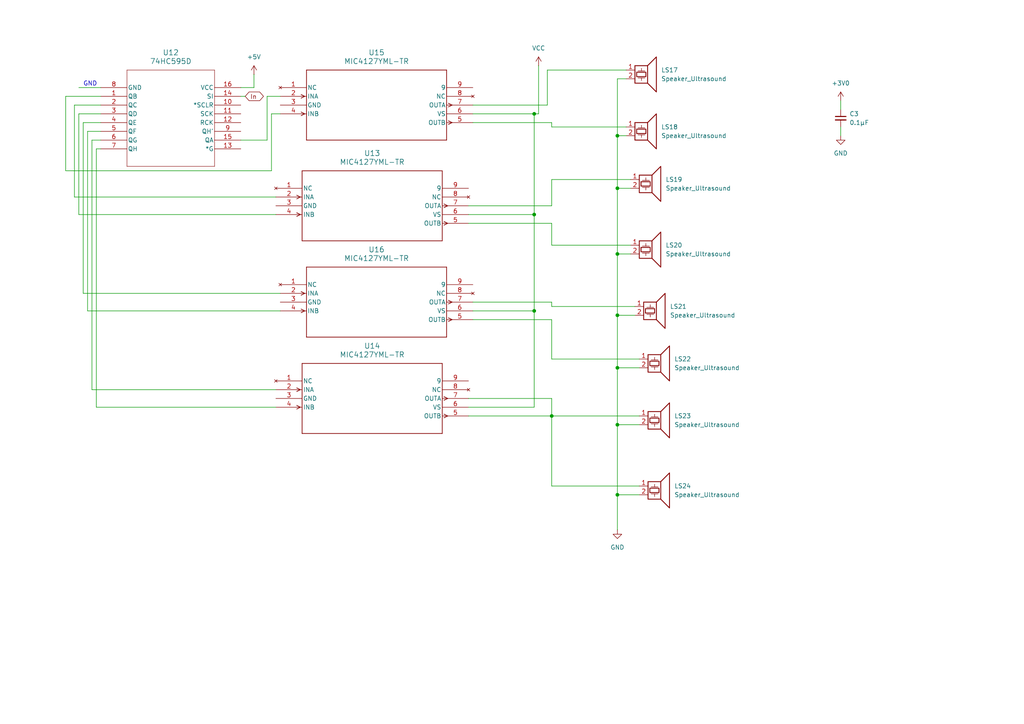
<source format=kicad_sch>
(kicad_sch (version 20250114) (generator "eeschema") (generator_version "9.0")
  (paper "A4")
  (lib_symbols
    (symbol "2025-12-28_09-02-17:MIC4127YML-TR" (pin_names (offset 0.254))
      (property "Reference" "U" (at 27.94 10.16 0))
      (property "Value" "MIC4127YML-TR" (at 27.94 7.62 0))
      (symbol "MIC4127YML-TR_0_1"
        (polyline (pts (xy 7.0993 -2.54) (xy 6.0579 -2.0193)) (stroke (width 0.2032)))
        (polyline (pts (xy 7.0993 -2.54) (xy 6.0579 -3.0607)) (stroke (width 0.2032)))
        (polyline (pts (xy 7.0993 -7.62) (xy 6.0579 -7.0993)) (stroke (width 0.2032)))
        (polyline (pts (xy 7.0993 -7.62) (xy 6.0579 -8.1407)) (stroke (width 0.2032)))
        (polyline (pts (xy 7.62 5.08) (xy 7.62 -15.24)) (stroke (width 0.2032)))
        (polyline (pts (xy 7.62 -15.24) (xy 48.26 -15.24)) (stroke (width 0.2032)))
        (polyline (pts (xy 48.26 5.08) (xy 7.62 5.08)) (stroke (width 0.2032)))
        (polyline (pts (xy 48.26 -15.24) (xy 48.26 5.08)) (stroke (width 0.2032)))
        (polyline (pts (xy 48.7807 -4.5593) (xy 49.8221 -5.08)) (stroke (width 0.2032)))
        (polyline (pts (xy 48.7807 -5.6007) (xy 49.8221 -5.08)) (stroke (width 0.2032)))
        (polyline (pts (xy 48.7807 -9.6393) (xy 49.8221 -10.16)) (stroke (width 0.2032)))
        (polyline (pts (xy 48.7807 -10.6807) (xy 49.8221 -10.16)) (stroke (width 0.2032)))
        (pin no_connect line (at 0 0 0) (length 7.62) (name "NC") (number "1"))
        (pin input line (at 0 -2.54 0) (length 7.62) (name "INA") (number "2"))
        (pin power_in line (at 0 -5.08 0) (length 7.62) (name "GND") (number "3"))
        (pin input line (at 0 -7.62 0) (length 7.62) (name "INB") (number "4"))
        (pin unspecified line (at 55.88 0 180) (length 7.62) (name "9") (number "9"))
        (pin no_connect line (at 55.88 -2.54 180) (length 7.62) (name "NC") (number "8"))
        (pin output line (at 55.88 -5.08 180) (length 7.62) (name "OUTA") (number "7"))
        (pin power_in line (at 55.88 -7.62 180) (length 7.62) (name "VS") (number "6"))
        (pin output line (at 55.88 -10.16 180) (length 7.62) (name "OUTB") (number "5"))
      )
    )
    (symbol "2025-12-28_09-22-42:74HC595D" (pin_names (offset 0.254))
      (property "Reference" "U" (at 20.32 10.16 0))
      (property "Value" "74HC595D" (at 20.32 7.62 0))
      (symbol "74HC595D_0_1"
        (polyline (pts (xy 7.62 5.08) (xy 7.62 -22.86)) (stroke (width 0.127)))
        (polyline (pts (xy 7.62 -22.86) (xy 33.02 -22.86)) (stroke (width 0.127)))
        (polyline (pts (xy 33.02 5.08) (xy 7.62 5.08)) (stroke (width 0.127)))
        (polyline (pts (xy 33.02 -22.86) (xy 33.02 5.08)) (stroke (width 0.127)))
        (pin power_out line (at 0 0 0) (length 7.62) (name "GND") (number "8"))
        (pin output line (at 0 -2.54 0) (length 7.62) (name "QB") (number "1"))
        (pin output line (at 0 -5.08 0) (length 7.62) (name "QC") (number "2"))
        (pin output line (at 0 -7.62 0) (length 7.62) (name "QD") (number "3"))
        (pin output line (at 0 -10.16 0) (length 7.62) (name "QE") (number "4"))
        (pin output line (at 0 -12.7 0) (length 7.62) (name "QF") (number "5"))
        (pin output line (at 0 -15.24 0) (length 7.62) (name "QG") (number "6"))
        (pin output line (at 0 -17.78 0) (length 7.62) (name "QH") (number "7"))
        (pin power_in line (at 40.64 0 180) (length 7.62) (name "VCC") (number "16"))
        (pin input line (at 40.64 -2.54 180) (length 7.62) (name "SI") (number "14"))
        (pin input line (at 40.64 -5.08 180) (length 7.62) (name "*SCLR") (number "10"))
        (pin input line (at 40.64 -7.62 180) (length 7.62) (name "SCK") (number "11"))
        (pin input line (at 40.64 -10.16 180) (length 7.62) (name "RCK") (number "12"))
        (pin output line (at 40.64 -12.7 180) (length 7.62) (name "QH'") (number "9"))
        (pin output line (at 40.64 -15.24 180) (length 7.62) (name "QA") (number "15"))
        (pin input line (at 40.64 -17.78 180) (length 7.62) (name "*G") (number "13"))
      )
    )
    (symbol "Device:C_Small" (pin_numbers (hide yes)) (pin_names (offset 0.254) (hide yes))
      (property "Reference" "C" (at 0.254 1.778 0))
      (property "Value" "C_Small" (at 0.254 -2.032 0))
      (symbol "C_Small_0_1"
        (polyline (pts (xy -1.524 0.508) (xy 1.524 0.508)) (stroke (width 0.3048)))
        (polyline (pts (xy -1.524 -0.508) (xy 1.524 -0.508)) (stroke (width 0.3302)))
      )
      (symbol "C_Small_1_1"
        (pin passive line (at 0 2.54 270) (length 2.032) (name "~") (number "1"))
        (pin passive line (at 0 -2.54 90) (length 2.032) (name "~") (number "2"))
      )
    )
    (symbol "Device:Speaker_Ultrasound" (pin_names (offset 0) (hide yes))
      (property "Reference" "LS" (at 0.635 5.715 0))
      (property "Value" "Speaker_Ultrasound" (at 0.635 3.81 0))
      (symbol "Speaker_Ultrasound_0_0"
        (rectangle (start -2.54 1.27) (end 1.143 -3.81) (stroke (width 0.254)))
        (rectangle (start -2.032 -0.635) (end 0.635 -1.905) (stroke (width 0.254)))
        (polyline (pts (xy -1.651 -0.254) (xy 0.381 -0.254)))
        (polyline (pts (xy -1.651 -2.286) (xy 0.381 -2.286)))
        (polyline (pts (xy -0.635 -0.254) (xy -0.635 0.508)))
        (polyline (pts (xy -0.635 -2.286) (xy -0.635 -3.048)))
        (polyline (pts (xy 1.143 1.27) (xy 3.683 3.81) (xy 3.683 -6.35) (xy 1.143 -3.81)) (stroke (width 0.254)))
      )
      (symbol "Speaker_Ultrasound_1_1"
        (pin input line (at -5.08 0 0) (length 2.54) (name "1") (number "1"))
        (pin input line (at -5.08 -2.54 0) (length 2.54) (name "2") (number "2"))
      )
    )
    (symbol "power:+3V0" (power) (pin_numbers (hide yes)) (pin_names (offset 0) (hide yes))
      (property "Value" "+3V0" (at 0 3.556 0))
      (symbol "+3V0_0_1"
        (polyline (pts (xy -0.762 1.27) (xy 0 2.54)))
        (polyline (pts (xy 0 2.54) (xy 0.762 1.27)))
        (polyline (pts (xy 0 0) (xy 0 2.54)))
      )
      (symbol "+3V0_1_1"
        (pin power_in line (at 0 0 90) (length 0) (name "~") (number "1"))
      )
    )
    (symbol "power:+5V" (power) (pin_numbers (hide yes)) (pin_names (offset 0) (hide yes))
      (property "Value" "+5V" (at 0 3.556 0))
      (symbol "+5V_0_1"
        (polyline (pts (xy -0.762 1.27) (xy 0 2.54)))
        (polyline (pts (xy 0 2.54) (xy 0.762 1.27)))
        (polyline (pts (xy 0 0) (xy 0 2.54)))
      )
      (symbol "+5V_1_1"
        (pin power_in line (at 0 0 90) (length 0) (name "~") (number "1"))
      )
    )
    (symbol "power:GND" (power) (pin_numbers (hide yes)) (pin_names (offset 0) (hide yes))
      (property "Value" "GND" (at 0 -3.81 0))
      (symbol "GND_0_1"
        (polyline (pts (xy 0 0) (xy 0 -1.27) (xy 1.27 -1.27) (xy 0 -2.54) (xy -1.27 -1.27) (xy 0 -1.27)))
      )
      (symbol "GND_1_1"
        (pin power_in line (at 0 0 270) (length 0) (name "~") (number "1"))
      )
    )
    (symbol "power:VCC" (power) (pin_numbers (hide yes)) (pin_names (offset 0) (hide yes))
      (property "Value" "VCC" (at 0 3.556 0))
      (symbol "VCC_0_1"
        (polyline (pts (xy -0.762 1.27) (xy 0 2.54)))
        (polyline (pts (xy 0 2.54) (xy 0.762 1.27)))
        (polyline (pts (xy 0 0) (xy 0 2.54)))
      )
      (symbol "VCC_1_1"
        (pin power_in line (at 0 0 90) (length 0) (name "~") (number "1"))
      )
    )
  )
  (text "GND" (at 26.162 24.384 0) (effects (font (size 1.27 1.27))))
  (junction (at 154.94 33.02))
  (junction (at 179.07 91.44))
  (junction (at 179.07 39.37))
  (junction (at 179.07 73.66))
  (junction (at 154.94 90.17))
  (junction (at 154.94 62.23))
  (junction (at 160.02 120.65))
  (junction (at 179.07 54.61))
  (junction (at 179.07 106.68))
  (junction (at 179.07 123.19))
  (junction (at 179.07 143.51))
  (wire (pts (xy 179.07 143.51) (xy 179.07 153.67)))
  (wire (pts (xy 29.21 35.56) (xy 24.13 35.56)))
  (wire (pts (xy 19.05 49.53) (xy 78.74 49.53)))
  (wire (pts (xy 69.85 25.4) (xy 73.66 25.4)))
  (wire (pts (xy 160.02 92.71) (xy 160.02 104.14)))
  (wire (pts (xy 135.89 120.65) (xy 160.02 120.65)))
  (wire (pts (xy 160.02 120.65) (xy 185.42 120.65)))
  (wire (pts (xy 77.47 40.64) (xy 77.47 27.94)))
  (wire (pts (xy 137.16 33.02) (xy 154.94 33.02)))
  (wire (pts (xy 135.89 62.23) (xy 154.94 62.23)))
  (wire (pts (xy 179.07 73.66) (xy 182.88 73.66)))
  (wire (pts (xy 24.13 35.56) (xy 24.13 85.09)))
  (wire (pts (xy 137.16 35.56) (xy 160.02 35.56)))
  (wire (pts (xy 154.94 33.02) (xy 154.94 62.23)))
  (wire (pts (xy 158.75 20.32) (xy 181.61 20.32)))
  (wire (pts (xy 179.07 73.66) (xy 179.07 91.44)))
  (wire (pts (xy 27.94 118.11) (xy 80.01 118.11)))
  (wire (pts (xy 137.16 87.63) (xy 160.02 87.63)))
  (wire (pts (xy 25.4 90.17) (xy 81.28 90.17)))
  (wire (pts (xy 160.02 88.9) (xy 184.15 88.9)))
  (wire (pts (xy 22.86 25.4) (xy 29.21 25.4)))
  (wire (pts (xy 160.02 64.77) (xy 160.02 71.12)))
  (wire (pts (xy 137.16 90.17) (xy 154.94 90.17)))
  (wire (pts (xy 78.74 49.53) (xy 78.74 33.02)))
  (wire (pts (xy 243.84 36.83) (xy 243.84 39.37)))
  (wire (pts (xy 26.67 40.64) (xy 26.67 113.03)))
  (wire (pts (xy 179.07 123.19) (xy 185.42 123.19)))
  (wire (pts (xy 29.21 33.02) (xy 22.86 33.02)))
  (wire (pts (xy 160.02 104.14) (xy 185.42 104.14)))
  (wire (pts (xy 22.86 33.02) (xy 22.86 62.23)))
  (wire (pts (xy 19.05 27.94) (xy 19.05 49.53)))
  (wire (pts (xy 29.21 43.18) (xy 27.94 43.18)))
  (wire (pts (xy 69.85 27.94) (xy 71.12 27.94)))
  (wire (pts (xy 160.02 140.97) (xy 185.42 140.97)))
  (wire (pts (xy 181.61 22.86) (xy 179.07 22.86)))
  (wire (pts (xy 77.47 27.94) (xy 81.28 27.94)))
  (wire (pts (xy 160.02 35.56) (xy 160.02 36.83)))
  (wire (pts (xy 69.85 40.64) (xy 77.47 40.64)))
  (wire (pts (xy 160.02 120.65) (xy 160.02 140.97)))
  (wire (pts (xy 160.02 59.69) (xy 160.02 52.07)))
  (wire (pts (xy 137.16 92.71) (xy 160.02 92.71)))
  (wire (pts (xy 29.21 27.94) (xy 19.05 27.94)))
  (wire (pts (xy 160.02 52.07) (xy 182.88 52.07)))
  (wire (pts (xy 160.02 87.63) (xy 160.02 88.9)))
  (wire (pts (xy 29.21 30.48) (xy 21.59 30.48)))
  (wire (pts (xy 158.75 30.48) (xy 158.75 20.32)))
  (wire (pts (xy 73.66 21.59) (xy 73.66 25.4)))
  (wire (pts (xy 135.89 59.69) (xy 160.02 59.69)))
  (wire (pts (xy 179.07 39.37) (xy 181.61 39.37)))
  (wire (pts (xy 25.4 38.1) (xy 25.4 90.17)))
  (wire (pts (xy 154.94 62.23) (xy 154.94 90.17)))
  (wire (pts (xy 135.89 118.11) (xy 154.94 118.11)))
  (wire (pts (xy 154.94 33.02) (xy 156.21 33.02)))
  (wire (pts (xy 154.94 90.17) (xy 154.94 118.11)))
  (wire (pts (xy 29.21 40.64) (xy 26.67 40.64)))
  (wire (pts (xy 160.02 71.12) (xy 182.88 71.12)))
  (wire (pts (xy 185.42 143.51) (xy 179.07 143.51)))
  (wire (pts (xy 179.07 91.44) (xy 184.15 91.44)))
  (wire (pts (xy 21.59 57.15) (xy 80.01 57.15)))
  (wire (pts (xy 29.21 38.1) (xy 25.4 38.1)))
  (wire (pts (xy 179.07 22.86) (xy 179.07 39.37)))
  (wire (pts (xy 26.67 113.03) (xy 80.01 113.03)))
  (wire (pts (xy 135.89 64.77) (xy 160.02 64.77)))
  (wire (pts (xy 160.02 115.57) (xy 160.02 120.65)))
  (wire (pts (xy 179.07 106.68) (xy 179.07 123.19)))
  (wire (pts (xy 135.89 115.57) (xy 160.02 115.57)))
  (wire (pts (xy 179.07 39.37) (xy 179.07 54.61)))
  (wire (pts (xy 78.74 33.02) (xy 81.28 33.02)))
  (wire (pts (xy 22.86 62.23) (xy 80.01 62.23)))
  (wire (pts (xy 179.07 54.61) (xy 182.88 54.61)))
  (wire (pts (xy 179.07 106.68) (xy 185.42 106.68)))
  (wire (pts (xy 179.07 123.19) (xy 179.07 143.51)))
  (wire (pts (xy 24.13 85.09) (xy 81.28 85.09)))
  (wire (pts (xy 160.02 36.83) (xy 181.61 36.83)))
  (wire (pts (xy 137.16 30.48) (xy 158.75 30.48)))
  (wire (pts (xy 156.21 19.05) (xy 156.21 33.02)))
  (wire (pts (xy 179.07 54.61) (xy 179.07 73.66)))
  (wire (pts (xy 27.94 43.18) (xy 27.94 118.11)))
  (wire (pts (xy 21.59 30.48) (xy 21.59 57.15)))
  (wire (pts (xy 243.84 29.21) (xy 243.84 31.75)))
  (wire (pts (xy 179.07 91.44) (xy 179.07 106.68)))
  (global_label "In" (shape bidirectional) (at 71.12 27.94 0) (property "Intersheetrefs" "${INTERSHEET_REFS}" (effects (hide yes))))
  (symbol (lib_id "Device:C_Small") (at 243.84 34.29 0) (unit 1)
    (property "Reference" "C3" (at 246.38 33.0262 0) (effects (justify left)))
    (property "Value" "0.1μF" (at 246.38 35.5662 0) (effects (justify left)))
    (property "Description" "Unpolarized capacitor, small symbol" (effects (hide yes)))
  )
  (symbol (lib_id "2025-12-28_09-02-17:MIC4127YML-TR") (at 81.28 82.55 0) (unit 1)
    (property "Reference" "U16" (at 109.22 72.39 0) (effects (font (size 1.524 1.524))))
    (property "Value" "MIC4127YML-TR" (at 109.22 74.93 0) (effects (font (size 1.524 1.524))))
    (property "Footprint" "MLF-8_ML_MCH" (effects (hide yes)))
    (property "Datasheet" "MIC4127YML-TR" (effects (hide yes)))
  )
  (symbol (lib_id "power:VCC") (at 156.21 19.05 0) (unit 1)
    (property "Reference" "#PWR012" (effects (hide yes)))
    (property "Value" "VCC" (at 156.21 13.97 0))
    (property "Description" "Power symbol creates a global label with name \"VCC\"" (effects (hide yes)))
  )
  (symbol (lib_id "2025-12-28_09-02-17:MIC4127YML-TR") (at 80.01 110.49 0) (unit 1)
    (property "Reference" "U14" (at 107.95 100.33 0) (effects (font (size 1.524 1.524))))
    (property "Value" "MIC4127YML-TR" (at 107.95 102.87 0) (effects (font (size 1.524 1.524))))
    (property "Footprint" "MLF-8_ML_MCH" (effects (hide yes)))
    (property "Datasheet" "MIC4127YML-TR" (effects (hide yes)))
  )
  (symbol (lib_id "Device:Speaker_Ultrasound") (at 189.23 88.9 0) (unit 1)
    (property "Reference" "LS21" (at 194.31 88.8999 0) (effects (justify left)))
    (property "Value" "Speaker_Ultrasound" (at 194.31 91.4399 0) (effects (justify left)))
    (property "Description" "Ultrasonic transducer" (effects (hide yes)))
  )
  (symbol (lib_id "2025-12-28_09-02-17:MIC4127YML-TR") (at 81.28 25.4 0) (unit 1)
    (property "Reference" "U15" (at 109.22 15.24 0) (effects (font (size 1.524 1.524))))
    (property "Value" "MIC4127YML-TR" (at 109.22 17.78 0) (effects (font (size 1.524 1.524))))
    (property "Footprint" "MLF-8_ML_MCH" (effects (hide yes)))
    (property "Datasheet" "MIC4127YML-TR" (effects (hide yes)))
  )
  (symbol (lib_id "Device:Speaker_Ultrasound") (at 190.5 140.97 0) (unit 1)
    (property "Reference" "LS24" (at 195.58 140.9699 0) (effects (justify left)))
    (property "Value" "Speaker_Ultrasound" (at 195.58 143.5099 0) (effects (justify left)))
    (property "Description" "Ultrasonic transducer" (effects (hide yes)))
  )
  (symbol (lib_id "power:+3V0") (at 243.84 29.21 0) (unit 1)
    (property "Reference" "#PWR014" (effects (hide yes)))
    (property "Value" "+3V0" (at 243.84 24.13 0))
    (property "Description" "Power symbol creates a global label with name \"+3V0\"" (effects (hide yes)))
  )
  (symbol (lib_id "power:+5V") (at 73.66 21.59 0) (unit 1)
    (property "Reference" "#PWR011" (effects (hide yes)))
    (property "Value" "+5V" (at 73.66 16.51 0))
    (property "Description" "Power symbol creates a global label with name \"+5V\"" (effects (hide yes)))
  )
  (symbol (lib_id "Device:Speaker_Ultrasound") (at 190.5 120.65 0) (unit 1)
    (property "Reference" "LS23" (at 195.58 120.6499 0) (effects (justify left)))
    (property "Value" "Speaker_Ultrasound" (at 195.58 123.1899 0) (effects (justify left)))
    (property "Description" "Ultrasonic transducer" (effects (hide yes)))
  )
  (symbol (lib_id "Device:Speaker_Ultrasound") (at 190.5 104.14 0) (unit 1)
    (property "Reference" "LS22" (at 195.58 104.1399 0) (effects (justify left)))
    (property "Value" "Speaker_Ultrasound" (at 195.58 106.6799 0) (effects (justify left)))
    (property "Description" "Ultrasonic transducer" (effects (hide yes)))
  )
  (symbol (lib_id "Device:Speaker_Ultrasound") (at 187.96 71.12 0) (unit 1)
    (property "Reference" "LS20" (at 193.04 71.1199 0) (effects (justify left)))
    (property "Value" "Speaker_Ultrasound" (at 193.04 73.6599 0) (effects (justify left)))
    (property "Description" "Ultrasonic transducer" (effects (hide yes)))
  )
  (symbol (lib_id "power:GND") (at 179.07 153.67 0) (unit 1)
    (property "Reference" "#PWR013" (effects (hide yes)))
    (property "Value" "GND" (at 179.07 158.75 0))
    (property "Description" "Power symbol creates a global label with name \"GND\" , ground" (effects (hide yes)))
  )
  (symbol (lib_id "Device:Speaker_Ultrasound") (at 186.69 20.32 0) (unit 1)
    (property "Reference" "LS17" (at 191.77 20.3199 0) (effects (justify left)))
    (property "Value" "Speaker_Ultrasound" (at 191.77 22.8599 0) (effects (justify left)))
    (property "Description" "Ultrasonic transducer" (effects (hide yes)))
  )
  (symbol (lib_id "Device:Speaker_Ultrasound") (at 187.96 52.07 0) (unit 1)
    (property "Reference" "LS19" (at 193.04 52.0699 0) (effects (justify left)))
    (property "Value" "Speaker_Ultrasound" (at 193.04 54.6099 0) (effects (justify left)))
    (property "Description" "Ultrasonic transducer" (effects (hide yes)))
  )
  (symbol (lib_id "2025-12-28_09-02-17:MIC4127YML-TR") (at 80.01 54.61 0) (unit 1)
    (property "Reference" "U13" (at 107.95 44.45 0) (effects (font (size 1.524 1.524))))
    (property "Value" "MIC4127YML-TR" (at 107.95 46.99 0) (effects (font (size 1.524 1.524))))
    (property "Footprint" "MLF-8_ML_MCH" (effects (hide yes)))
    (property "Datasheet" "MIC4127YML-TR" (effects (hide yes)))
  )
  (symbol (lib_id "2025-12-28_09-22-42:74HC595D") (at 29.21 25.4 0) (unit 1)
    (property "Reference" "U12" (at 49.53 15.24 0) (effects (font (size 1.524 1.524))))
    (property "Value" "74HC595D" (at 49.53 17.78 0) (effects (font (size 1.524 1.524))))
    (property "Footprint" "SOIC16_TOS" (effects (hide yes)))
    (property "Datasheet" "https://toshiba.semicon-storage.com/info/docget.jsp?did=36768&prodName=74HC595D" (effects (hide yes)))
  )
  (symbol (lib_id "Device:Speaker_Ultrasound") (at 186.69 36.83 0) (unit 1)
    (property "Reference" "LS18" (at 191.77 36.8299 0) (effects (justify left)))
    (property "Value" "Speaker_Ultrasound" (at 191.77 39.3699 0) (effects (justify left)))
    (property "Description" "Ultrasonic transducer" (effects (hide yes)))
  )
  (symbol (lib_id "power:GND") (at 243.84 39.37 0) (unit 1)
    (property "Reference" "#PWR015" (effects (hide yes)))
    (property "Value" "GND" (at 243.84 44.45 0))
    (property "Description" "Power symbol creates a global label with name \"GND\" , ground" (effects (hide yes)))
  )
)
</source>
